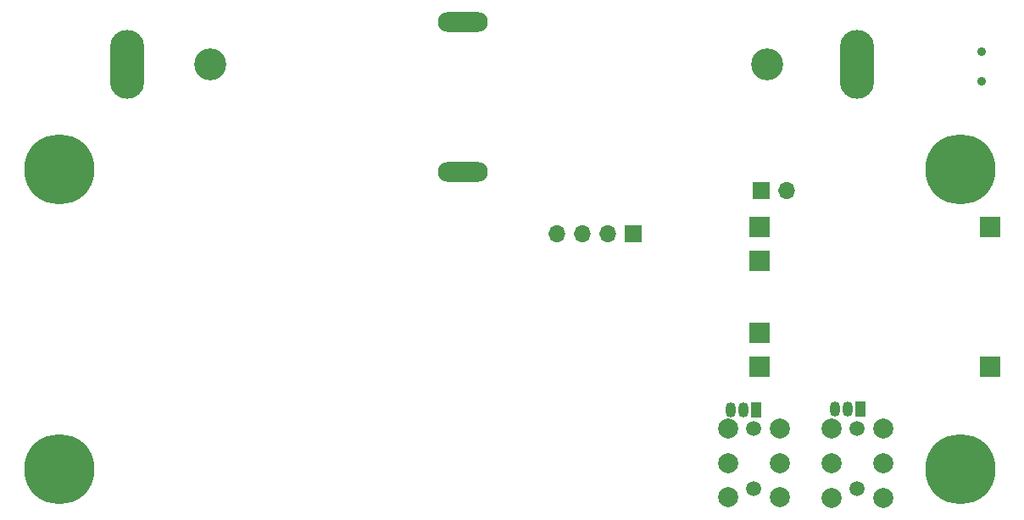
<source format=gbr>
G04 #@! TF.GenerationSoftware,KiCad,Pcbnew,6.0.7+dfsg-1~bpo11+1*
G04 #@! TF.ProjectId,wiscale,77697363-616c-4652-9e6b-696361645f70,1.0*
G04 #@! TF.SameCoordinates,Original*
G04 #@! TF.FileFunction,Soldermask,Bot*
G04 #@! TF.FilePolarity,Negative*
%FSLAX46Y46*%
G04 Gerber Fmt 4.6, Leading zero omitted, Abs format (unit mm)*
%MOMM*%
%LPD*%
G01*
G04 APERTURE LIST*
%ADD10C,3.200000*%
%ADD11O,3.440000X6.880000*%
%ADD12C,1.500000*%
%ADD13C,2.000000*%
%ADD14R,2.000000X2.000000*%
%ADD15O,5.000000X2.000000*%
%ADD16C,0.900000*%
%ADD17R,1.700000X1.700000*%
%ADD18O,1.700000X1.700000*%
%ADD19C,0.800000*%
%ADD20C,7.000000*%
%ADD21R,1.050000X1.500000*%
%ADD22O,1.050000X1.500000*%
G04 APERTURE END LIST*
D10*
X175610000Y-70000000D03*
X120000000Y-70000000D03*
D11*
X184620000Y-70000000D03*
X111720000Y-70000000D03*
D12*
X184622500Y-106400714D03*
X184622500Y-112400714D03*
D13*
X182022500Y-109900714D03*
X187222500Y-109900714D03*
X187222500Y-113300714D03*
X182022500Y-113300714D03*
X182022500Y-106400714D03*
X187222500Y-106400714D03*
D14*
X174870000Y-96850000D03*
X174870000Y-89650000D03*
X197870000Y-100250000D03*
X197870000Y-86250000D03*
X174870000Y-100250000D03*
X174870000Y-86250000D03*
D15*
X145170000Y-65750000D03*
X145170000Y-80750000D03*
D16*
X197015000Y-68715000D03*
X197015000Y-71715000D03*
D17*
X162192500Y-86935714D03*
D18*
X159652500Y-86935714D03*
X157112500Y-86935714D03*
X154572500Y-86935714D03*
D19*
X197545000Y-80500000D03*
D20*
X194920000Y-80500000D03*
D19*
X192295000Y-80500000D03*
X194920000Y-77875000D03*
X194920000Y-83125000D03*
X196776155Y-78643845D03*
X196776155Y-82356155D03*
X193063845Y-82356155D03*
X193063845Y-78643845D03*
X197545000Y-110500000D03*
X196776155Y-112356155D03*
X194920000Y-113125000D03*
X192295000Y-110500000D03*
X194920000Y-107875000D03*
X193063845Y-108643845D03*
D20*
X194920000Y-110500000D03*
D19*
X193063845Y-112356155D03*
X196776155Y-108643845D03*
D21*
X174546612Y-104500714D03*
D22*
X173276612Y-104500714D03*
X172006612Y-104500714D03*
D21*
X184892500Y-104440714D03*
D22*
X183622500Y-104440714D03*
X182352500Y-104440714D03*
D19*
X106776155Y-108643845D03*
X107545000Y-110500000D03*
X106776155Y-112356155D03*
D20*
X104920000Y-110500000D03*
D19*
X103063845Y-112356155D03*
X104920000Y-107875000D03*
X102295000Y-110500000D03*
X104920000Y-113125000D03*
X103063845Y-108643845D03*
D12*
X174276612Y-106375714D03*
X174276612Y-112375714D03*
D13*
X171676612Y-109875714D03*
X176876612Y-109875714D03*
X176876612Y-113275714D03*
X171676612Y-113275714D03*
X171676612Y-106375714D03*
X176876612Y-106375714D03*
D19*
X107545000Y-80500000D03*
X103063845Y-82356155D03*
X102295000Y-80500000D03*
X104920000Y-77875000D03*
X103063845Y-78643845D03*
X106776155Y-78643845D03*
D20*
X104920000Y-80500000D03*
D19*
X104920000Y-83125000D03*
X106776155Y-82356155D03*
D17*
X174982500Y-82587500D03*
D18*
X177522500Y-82587500D03*
M02*

</source>
